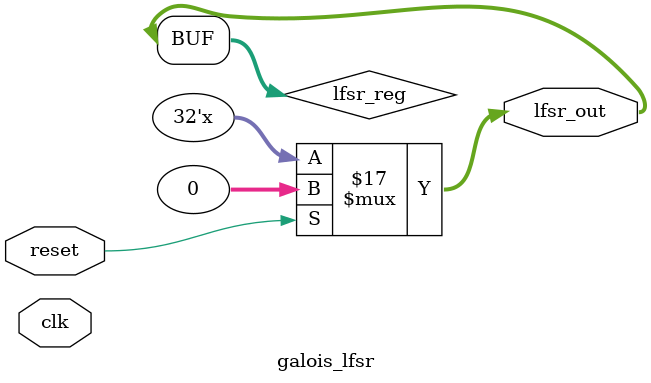
<source format=sv>
module galois_lfsr (
    input logic clk,
    input logic reset,
    output logic [31:0] lfsr_out
);

    logic [31:0] lfsr_reg;

    // Initialize all flip-flops to zero in simulation
    initial begin
        lfsr_reg = 32'b0;
    end

    // Synchronous reset and LFSR update
    always @(*) begin
        if (reset) begin
            lfsr_reg = 32'b0;
        end else begin
            // Galois LFSR feedback polynomial: x^32 + x^22 + x^21 + x^17 + x^16 + x^15 + x^14 + x^11 + x^10 + x^7 + x^5 + x^4 + x^3 + x^1 + 1
            lfsr_reg = {lfsr_reg[30:0], lfsr_reg[31] ^ lfsr_reg[22] ^ lfsr_reg[21] ^ lfsr_reg[17] ^ lfsr_reg[16] ^ lfsr_reg[15] ^ lfsr_reg[14] ^ lfsr_reg[11] ^ lfsr_reg[10] ^ lfsr_reg[7] ^ lfsr_reg[5] ^ lfsr_reg[4] ^ lfsr_reg[3] ^ lfsr_reg[1]};
        end
    end

    assign lfsr_out = lfsr_reg;

endmodule
</source>
